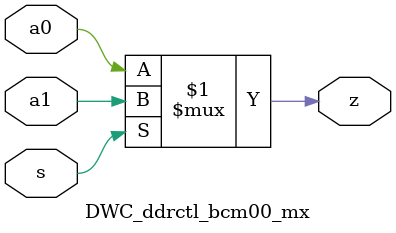
<source format=sv>


//
// Description : DWC_ddrctl_bcm00_mx.v Verilog module for DWC_ddrctl
//
// DesignWare IP ID: a4d0ab1b
//
////////////////////////////////////////////////////////////////////////////////


module DWC_ddrctl_bcm00_mx (
    a0,
    a1,
    s,
    z
);


// spyglass disable_block W146
// SMD: Explicit named association is recommended in instance references
// SJ: Current release uses ordered list for parameters, the design is checked and verified without errors

  input  a0;    // input a0
  input  a1;    // input a1
  input  s;     // clock select
  output z;     // output clock

`ifdef DWC_MX_SRC
  `DWC_MX_SRC
`else
  assign z = s ? // synopsys infer_mux_override
             a1 : a0;
`endif

// spyglass enable_block W146
endmodule

</source>
